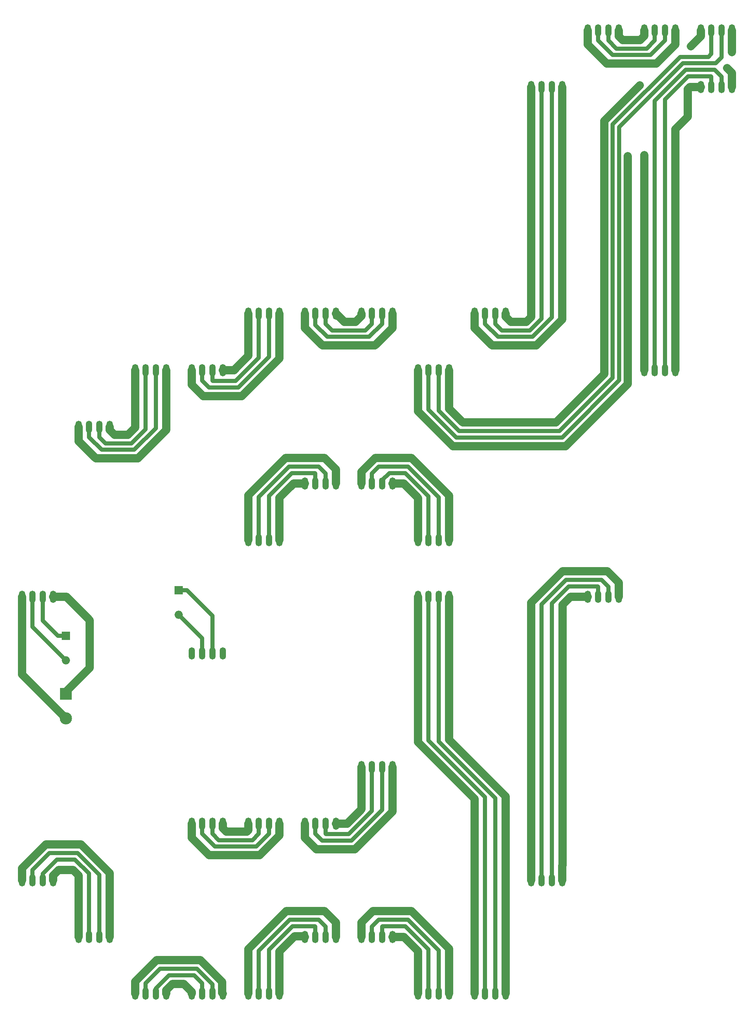
<source format=gbr>
G04 #@! TF.FileFunction,Copper,L2,Bot,Signal*
%FSLAX46Y46*%
G04 Gerber Fmt 4.6, Leading zero omitted, Abs format (unit mm)*
G04 Created by KiCad (PCBNEW 4.0.6) date Mon Jul 10 19:20:08 2017*
%MOMM*%
%LPD*%
G01*
G04 APERTURE LIST*
%ADD10C,0.100000*%
%ADD11O,1.524000X3.000000*%
%ADD12R,2.000000X2.000000*%
%ADD13O,2.000000X2.000000*%
%ADD14R,3.000000X3.000000*%
%ADD15O,3.000000X3.000000*%
%ADD16C,0.600000*%
%ADD17C,2.000000*%
%ADD18C,1.000000*%
G04 APERTURE END LIST*
D10*
D11*
X25293300Y-170316700D03*
X22753300Y-170316700D03*
X20213300Y-170316700D03*
X17673300Y-170316700D03*
X25293300Y-239761100D03*
X22753300Y-239761100D03*
X20213300Y-239761100D03*
X17673300Y-239761100D03*
X31562200Y-253650000D03*
X34102200Y-253650000D03*
X36642200Y-253650000D03*
X39182200Y-253650000D03*
X31562200Y-128650000D03*
X34102200Y-128650000D03*
X36642200Y-128650000D03*
X39182200Y-128650000D03*
X53071100Y-114761100D03*
X50531100Y-114761100D03*
X47991100Y-114761100D03*
X45451100Y-114761100D03*
X53071100Y-267538900D03*
X50531100Y-267538900D03*
X47991100Y-267538900D03*
X45451100Y-267538900D03*
X66960000Y-114761100D03*
X64420000Y-114761100D03*
X61880000Y-114761100D03*
X59340000Y-114761100D03*
X66960000Y-184205500D03*
X64420000Y-184205500D03*
X61880000Y-184205500D03*
X59340000Y-184205500D03*
X59340000Y-267538900D03*
X61880000Y-267538900D03*
X64420000Y-267538900D03*
X66960000Y-267538900D03*
X59340000Y-225872300D03*
X61880000Y-225872300D03*
X64420000Y-225872300D03*
X66960000Y-225872300D03*
X73228900Y-156427800D03*
X75768900Y-156427800D03*
X78308900Y-156427800D03*
X80848900Y-156427800D03*
X73228900Y-100872200D03*
X75768900Y-100872200D03*
X78308900Y-100872200D03*
X80848900Y-100872200D03*
X80848900Y-225872300D03*
X78308900Y-225872300D03*
X75768900Y-225872300D03*
X73228900Y-225872300D03*
X80848900Y-267538900D03*
X78308900Y-267538900D03*
X75768900Y-267538900D03*
X73228900Y-267538900D03*
X94737800Y-100872300D03*
X92197800Y-100872300D03*
X89657800Y-100872300D03*
X87117800Y-100872300D03*
X94737800Y-142538900D03*
X92197800Y-142538900D03*
X89657800Y-142538900D03*
X87117800Y-142538900D03*
X87117800Y-253650000D03*
X89657800Y-253650000D03*
X92197800Y-253650000D03*
X94737800Y-253650000D03*
X87117800Y-225872200D03*
X89657800Y-225872200D03*
X92197800Y-225872200D03*
X94737800Y-225872200D03*
X101006700Y-142538900D03*
X103546700Y-142538900D03*
X106086700Y-142538900D03*
X108626700Y-142538900D03*
X101006700Y-100872300D03*
X103546700Y-100872300D03*
X106086700Y-100872300D03*
X108626700Y-100872300D03*
X108626700Y-211983400D03*
X106086700Y-211983400D03*
X103546700Y-211983400D03*
X101006700Y-211983400D03*
X108626700Y-253650000D03*
X106086700Y-253650000D03*
X103546700Y-253650000D03*
X101006700Y-253650000D03*
X122515600Y-114761100D03*
X119975600Y-114761100D03*
X117435600Y-114761100D03*
X114895600Y-114761100D03*
X122515600Y-156427700D03*
X119975600Y-156427700D03*
X117435600Y-156427700D03*
X114895600Y-156427700D03*
X114895600Y-267538900D03*
X117435600Y-267538900D03*
X119975600Y-267538900D03*
X122515600Y-267538900D03*
X114895600Y-170316700D03*
X117435600Y-170316700D03*
X119975600Y-170316700D03*
X122515600Y-170316700D03*
X128784400Y-267538900D03*
X131324400Y-267538900D03*
X133864400Y-267538900D03*
X136404400Y-267538900D03*
X128784400Y-100872300D03*
X131324400Y-100872300D03*
X133864400Y-100872300D03*
X136404400Y-100872300D03*
X150293300Y-45316700D03*
X147753300Y-45316700D03*
X145213300Y-45316700D03*
X142673300Y-45316700D03*
X150293300Y-239761100D03*
X147753300Y-239761100D03*
X145213300Y-239761100D03*
X142673300Y-239761100D03*
X156562200Y-170316600D03*
X159102200Y-170316600D03*
X161642200Y-170316600D03*
X164182200Y-170316600D03*
X156562200Y-31427800D03*
X159102200Y-31427800D03*
X161642200Y-31427800D03*
X164182200Y-31427800D03*
X178071100Y-31427700D03*
X175531100Y-31427700D03*
X172991100Y-31427700D03*
X170451100Y-31427700D03*
X178071100Y-114761100D03*
X175531100Y-114761100D03*
X172991100Y-114761100D03*
X170451100Y-114761100D03*
X184340000Y-45316600D03*
X186880000Y-45316600D03*
X189420000Y-45316600D03*
X191960000Y-45316600D03*
X184340000Y-31427800D03*
X186880000Y-31427800D03*
X189420000Y-31427800D03*
X191960000Y-31427800D03*
D12*
X56134000Y-168656000D03*
D13*
X56134000Y-174688000D03*
D12*
X28448000Y-179832000D03*
D13*
X28448000Y-185864000D03*
D14*
X28448000Y-194056000D03*
D15*
X28448000Y-200088000D03*
D16*
X169313305Y-44853306D03*
X181864000Y-35306000D03*
X166370000Y-62230000D03*
X191960000Y-36766000D03*
X170451100Y-61993100D03*
X190754000Y-40640000D03*
D17*
X17673300Y-170316700D02*
X17673300Y-189313300D01*
X17673300Y-189313300D02*
X28448000Y-200088000D01*
X34290000Y-176022000D02*
X28584700Y-170316700D01*
X28584700Y-170316700D02*
X25293300Y-170316700D01*
X34290000Y-187706000D02*
X34290000Y-176022000D01*
X28448000Y-193548000D02*
X34290000Y-187706000D01*
X28448000Y-194056000D02*
X28448000Y-193548000D01*
X30226000Y-237236000D02*
X31562200Y-238572200D01*
X31562200Y-238572200D02*
X31562200Y-253650000D01*
X26670000Y-237236000D02*
X30226000Y-237236000D01*
X25293300Y-238612700D02*
X26670000Y-237236000D01*
X25293300Y-239761100D02*
X25293300Y-238612700D01*
D18*
X26240138Y-234696000D02*
X30655862Y-234696000D01*
X30655862Y-234696000D02*
X34102200Y-238142338D01*
X34102200Y-238142338D02*
X34102200Y-251150000D01*
X34102200Y-251150000D02*
X34102200Y-253650000D01*
X22753300Y-239761100D02*
X22753300Y-238182838D01*
X22753300Y-238182838D02*
X26240138Y-234696000D01*
X20213300Y-239761100D02*
X20213300Y-237261100D01*
X20213300Y-237261100D02*
X24378410Y-233095990D01*
X24378410Y-233095990D02*
X31318607Y-233095990D01*
X31318607Y-233095990D02*
X36642200Y-238419583D01*
X36642200Y-238419583D02*
X36642200Y-253650000D01*
D17*
X17673300Y-239761100D02*
X17673300Y-236831238D01*
X17673300Y-236831238D02*
X23508558Y-230995980D01*
X23508558Y-230995980D02*
X32188460Y-230995981D01*
X32188460Y-230995981D02*
X39182200Y-237989721D01*
X39182200Y-237989721D02*
X39182200Y-250150000D01*
X39182200Y-250150000D02*
X39182200Y-253650000D01*
X31562200Y-128650000D02*
X31562200Y-132150000D01*
X31562200Y-132150000D02*
X35768230Y-136356030D01*
X35768230Y-136356030D02*
X46090450Y-136356029D01*
X46090450Y-136356029D02*
X53071100Y-129375379D01*
X53071100Y-129375379D02*
X53071100Y-118261100D01*
X53071100Y-118261100D02*
X53071100Y-114761100D01*
D18*
X50531100Y-114761100D02*
X50531100Y-128945517D01*
X50531100Y-128945517D02*
X45220597Y-134256020D01*
X45220597Y-134256020D02*
X37208220Y-134256020D01*
X37208220Y-134256020D02*
X34102200Y-131150000D01*
X34102200Y-131150000D02*
X34102200Y-128650000D01*
X47991100Y-114761100D02*
X47991100Y-129222762D01*
X47991100Y-129222762D02*
X44557852Y-132656010D01*
X44557852Y-132656010D02*
X38148210Y-132656010D01*
X38148210Y-132656010D02*
X36642200Y-131150000D01*
X36642200Y-131150000D02*
X36642200Y-128650000D01*
D17*
X43688000Y-130556000D02*
X45451100Y-128792900D01*
X45451100Y-128792900D02*
X45451100Y-114761100D01*
X40386000Y-130556000D02*
X43688000Y-130556000D01*
X39182200Y-129352200D02*
X40386000Y-130556000D01*
X39182200Y-128650000D02*
X39182200Y-129352200D01*
X57404000Y-265176000D02*
X59340000Y-267112000D01*
X59340000Y-267112000D02*
X59340000Y-267538900D01*
X54610000Y-265176000D02*
X57404000Y-265176000D01*
X53071100Y-266714900D02*
X54610000Y-265176000D01*
X53071100Y-267538900D02*
X53071100Y-266714900D01*
D18*
X50531100Y-267538900D02*
X50531100Y-266285038D01*
X50531100Y-266285038D02*
X53740148Y-263075990D01*
X53740148Y-263075990D02*
X59917090Y-263075990D01*
X59917090Y-263075990D02*
X61880000Y-265038900D01*
X61880000Y-265038900D02*
X61880000Y-267538900D01*
X64420000Y-267538900D02*
X64420000Y-265316146D01*
X64420000Y-265316146D02*
X60579834Y-261475980D01*
X60579834Y-261475980D02*
X51554020Y-261475980D01*
X51554020Y-261475980D02*
X47991100Y-265038900D01*
X47991100Y-265038900D02*
X47991100Y-267538900D01*
D17*
X45451100Y-267538900D02*
X45451100Y-264609038D01*
X66782010Y-267360910D02*
X66960000Y-267538900D01*
X45451100Y-264609038D02*
X50684168Y-259375970D01*
X50684168Y-259375970D02*
X61449687Y-259375971D01*
X61449687Y-259375971D02*
X66782010Y-264708294D01*
X66782010Y-264708294D02*
X66782010Y-267360910D01*
X70104000Y-114300000D02*
X73228900Y-111175100D01*
X73228900Y-111175100D02*
X73228900Y-100872200D01*
X70104000Y-114379100D02*
X70104000Y-114300000D01*
X66960000Y-114761100D02*
X69722000Y-114761100D01*
X69722000Y-114761100D02*
X70104000Y-114379100D01*
D18*
X75768900Y-100872200D02*
X75768900Y-111684062D01*
X64520010Y-117361110D02*
X64420000Y-117261100D01*
X75768900Y-111684062D02*
X70091852Y-117361110D01*
X70091852Y-117361110D02*
X64520010Y-117361110D01*
X64420000Y-117261100D02*
X64420000Y-114761100D01*
X61880000Y-114761100D02*
X61880000Y-117261100D01*
X61880000Y-117261100D02*
X63580020Y-118961120D01*
X63580020Y-118961120D02*
X70754597Y-118961120D01*
X78308900Y-111406817D02*
X78308900Y-103372200D01*
X70754597Y-118961120D02*
X78308900Y-111406817D01*
X78308900Y-103372200D02*
X78308900Y-100872200D01*
D17*
X80848900Y-100872200D02*
X80848900Y-111836679D01*
X62140029Y-121061129D02*
X59340000Y-118261100D01*
X80848900Y-111836679D02*
X71624450Y-121061129D01*
X71624450Y-121061129D02*
X62140029Y-121061129D01*
X59340000Y-118261100D02*
X59340000Y-114761100D01*
X80848900Y-225872300D02*
X80848900Y-228802162D01*
X80848900Y-228802162D02*
X76013034Y-233638028D01*
X76013034Y-233638028D02*
X63605728Y-233638028D01*
X63605728Y-233638028D02*
X59340000Y-229372300D01*
X59340000Y-229372300D02*
X59340000Y-225872300D01*
D18*
X61880000Y-225872300D02*
X61880000Y-228372300D01*
X61880000Y-228372300D02*
X65045719Y-231538019D01*
X65045719Y-231538019D02*
X75143181Y-231538019D01*
X75143181Y-231538019D02*
X78308900Y-228372300D01*
X78308900Y-228372300D02*
X78308900Y-225872300D01*
X64420000Y-225872300D02*
X64420000Y-228372300D01*
X64420000Y-228372300D02*
X65985709Y-229938009D01*
X65985709Y-229938009D02*
X74203191Y-229938009D01*
X74203191Y-229938009D02*
X75768900Y-228372300D01*
X75768900Y-228372300D02*
X75768900Y-225872300D01*
D17*
X66960000Y-225872300D02*
X66960000Y-226980000D01*
X66960000Y-226980000D02*
X67818000Y-227838000D01*
X67818000Y-227838000D02*
X72898000Y-227838000D01*
X72898000Y-227838000D02*
X73228900Y-227507100D01*
X73228900Y-227507100D02*
X73228900Y-225872300D01*
X73228900Y-156427800D02*
X73228900Y-145390621D01*
X73228900Y-145390621D02*
X82380650Y-136238871D01*
X82380650Y-136238871D02*
X91937771Y-136238871D01*
X94737800Y-139038900D02*
X94737800Y-142538900D01*
X91937771Y-136238871D02*
X94737800Y-139038900D01*
D18*
X92197800Y-142538900D02*
X92197800Y-140038900D01*
X92197800Y-140038900D02*
X90497780Y-138338880D01*
X90497780Y-138338880D02*
X83250503Y-138338880D01*
X83250503Y-138338880D02*
X75768900Y-145820483D01*
X75768900Y-145820483D02*
X75768900Y-153927800D01*
X75768900Y-153927800D02*
X75768900Y-156427800D01*
X78308900Y-156427800D02*
X78308900Y-145543238D01*
X78308900Y-145543238D02*
X83913248Y-139938890D01*
X83913248Y-139938890D02*
X89557790Y-139938890D01*
X89557790Y-139938890D02*
X89657800Y-140038900D01*
X89657800Y-140038900D02*
X89657800Y-142538900D01*
D17*
X83566000Y-143256000D02*
X80848900Y-145973100D01*
X80848900Y-145973100D02*
X80848900Y-156427800D01*
X83638700Y-143256000D02*
X83566000Y-143256000D01*
X87117800Y-142538900D02*
X84355800Y-142538900D01*
X84355800Y-142538900D02*
X83638700Y-143256000D01*
X84582000Y-253492000D02*
X86959800Y-253492000D01*
X86959800Y-253492000D02*
X87117800Y-253650000D01*
X80848900Y-257225100D02*
X84582000Y-253492000D01*
X80848900Y-267538900D02*
X80848900Y-257225100D01*
D18*
X78308900Y-267538900D02*
X78308900Y-256795238D01*
X78308900Y-256795238D02*
X84054148Y-251049990D01*
X84054148Y-251049990D02*
X89557790Y-251049990D01*
X89557790Y-251049990D02*
X89657800Y-251150000D01*
X89657800Y-251150000D02*
X89657800Y-253650000D01*
X75768900Y-267538900D02*
X75768900Y-257072484D01*
X75768900Y-257072484D02*
X83391403Y-249449980D01*
X83391403Y-249449980D02*
X90497780Y-249449980D01*
X90497780Y-249449980D02*
X92197800Y-251150000D01*
X92197800Y-251150000D02*
X92197800Y-253650000D01*
D17*
X73228900Y-267538900D02*
X73228900Y-256642621D01*
X73228900Y-256642621D02*
X82521550Y-247349971D01*
X82521550Y-247349971D02*
X91937771Y-247349971D01*
X91937771Y-247349971D02*
X94737800Y-250150000D01*
X94737800Y-250150000D02*
X94737800Y-253650000D01*
X96774000Y-102870000D02*
X94776300Y-100872300D01*
X94776300Y-100872300D02*
X94737800Y-100872300D01*
X99568000Y-102870000D02*
X96774000Y-102870000D01*
X101006700Y-101431300D02*
X99568000Y-102870000D01*
X101006700Y-100872300D02*
X101006700Y-101431300D01*
D18*
X92197800Y-100872300D02*
X92197800Y-103372300D01*
X92197800Y-103372300D02*
X93795510Y-104970010D01*
X93795510Y-104970010D02*
X101948990Y-104970010D01*
X101948990Y-104970010D02*
X103546700Y-103372300D01*
X103546700Y-103372300D02*
X103546700Y-100872300D01*
X106086700Y-100872300D02*
X106086700Y-103372300D01*
X106086700Y-103372300D02*
X102888980Y-106570020D01*
X89657800Y-103627800D02*
X89657800Y-103372300D01*
X102888980Y-106570020D02*
X92600020Y-106570020D01*
X92600020Y-106570020D02*
X89657800Y-103627800D01*
X89657800Y-103372300D02*
X89657800Y-100872300D01*
D17*
X87117800Y-100872300D02*
X87117800Y-104372300D01*
X91415529Y-108670029D02*
X104328971Y-108670029D01*
X87117800Y-104372300D02*
X91415529Y-108670029D01*
X104328971Y-108670029D02*
X108626700Y-104372300D01*
X108626700Y-104372300D02*
X108626700Y-100872300D01*
X108626700Y-211983400D02*
X108626700Y-222947779D01*
X89917829Y-232172229D02*
X87117800Y-229372200D01*
X108626700Y-222947779D02*
X99402250Y-232172229D01*
X99402250Y-232172229D02*
X89917829Y-232172229D01*
X87117800Y-229372200D02*
X87117800Y-225872200D01*
D18*
X89657800Y-225872200D02*
X89657800Y-228372200D01*
X89657800Y-228372200D02*
X91357820Y-230072220D01*
X91357820Y-230072220D02*
X98532397Y-230072220D01*
X98532397Y-230072220D02*
X106086700Y-222517917D01*
X106086700Y-222517917D02*
X106086700Y-214483400D01*
X106086700Y-214483400D02*
X106086700Y-211983400D01*
X92197800Y-225872200D02*
X92197800Y-228372200D01*
X103546700Y-222795162D02*
X103546700Y-214483400D01*
X92197800Y-228372200D02*
X92297810Y-228472210D01*
X92297810Y-228472210D02*
X97869652Y-228472210D01*
X97869652Y-228472210D02*
X103546700Y-222795162D01*
X103546700Y-214483400D02*
X103546700Y-211983400D01*
D17*
X94737800Y-225872200D02*
X97499800Y-225872200D01*
X97499800Y-225872200D02*
X101006700Y-222365300D01*
X101006700Y-222365300D02*
X101006700Y-211983400D01*
X101006700Y-142538900D02*
X101006700Y-139609038D01*
X101006700Y-139609038D02*
X104376868Y-136238870D01*
X104376868Y-136238870D02*
X113291150Y-136238871D01*
X113291150Y-136238871D02*
X122515600Y-145463321D01*
X122515600Y-145463321D02*
X122515600Y-152927700D01*
X122515600Y-152927700D02*
X122515600Y-156427700D01*
D18*
X103546700Y-142538900D02*
X103546700Y-140038900D01*
X103546700Y-140038900D02*
X105246720Y-138338880D01*
X105246720Y-138338880D02*
X112421297Y-138338880D01*
X112421297Y-138338880D02*
X119975600Y-145893183D01*
X119975600Y-145893183D02*
X119975600Y-153927700D01*
X119975600Y-153927700D02*
X119975600Y-156427700D01*
X106086700Y-142538900D02*
X106086700Y-141707621D01*
X106086700Y-141707621D02*
X107855431Y-139938890D01*
X107855431Y-139938890D02*
X111758552Y-139938890D01*
X111758552Y-139938890D02*
X117435600Y-145615938D01*
X117435600Y-145615938D02*
X117435600Y-153927700D01*
X117435600Y-153927700D02*
X117435600Y-156427700D01*
D17*
X108626700Y-142538900D02*
X111388700Y-142538900D01*
X114895600Y-146045800D02*
X114895600Y-156427700D01*
X111388700Y-142538900D02*
X114895600Y-146045800D01*
X108626700Y-253650000D02*
X111388700Y-253650000D01*
X111388700Y-253650000D02*
X114895600Y-257156900D01*
X114895600Y-257156900D02*
X114895600Y-267538900D01*
D18*
X117435600Y-267538900D02*
X117435600Y-256727038D01*
X117435600Y-256727038D02*
X111758552Y-251049990D01*
X106086700Y-251150000D02*
X106086700Y-253650000D01*
X111758552Y-251049990D02*
X106186710Y-251049990D01*
X106186710Y-251049990D02*
X106086700Y-251150000D01*
X103546700Y-253650000D02*
X103546700Y-251150000D01*
X119975600Y-265038900D02*
X119975600Y-267538900D01*
X103546700Y-251150000D02*
X105246720Y-249449980D01*
X112421297Y-249449980D02*
X119975600Y-257004283D01*
X105246720Y-249449980D02*
X112421297Y-249449980D01*
X119975600Y-257004283D02*
X119975600Y-265038900D01*
D17*
X122515600Y-267538900D02*
X122515600Y-256574421D01*
X122515600Y-256574421D02*
X113291150Y-247349971D01*
X113291150Y-247349971D02*
X103806729Y-247349971D01*
X103806729Y-247349971D02*
X101006700Y-250150000D01*
X101006700Y-250150000D02*
X101006700Y-253650000D01*
X184340000Y-31427800D02*
X184340000Y-32830000D01*
X184340000Y-32830000D02*
X181864000Y-35306000D01*
X160569971Y-53596640D02*
X169313305Y-44853306D01*
X160569970Y-86614000D02*
X160569971Y-53596640D01*
X160569970Y-115707552D02*
X160569970Y-86614000D01*
X159474761Y-116802761D02*
X160569970Y-115707552D01*
X156972000Y-119305522D02*
X159474761Y-116802761D01*
X125846448Y-127549970D02*
X122515600Y-124219122D01*
X122515600Y-124219122D02*
X122515600Y-114761100D01*
X148727552Y-127549970D02*
X125846448Y-127549970D01*
X156972000Y-119305522D02*
X148727552Y-127549970D01*
D18*
X186880000Y-31427800D02*
X186880000Y-37218560D01*
X162669980Y-116577404D02*
X149597404Y-129649980D01*
X119975600Y-117261100D02*
X119975600Y-114761100D01*
X186880000Y-37218560D02*
X186182000Y-37916560D01*
X186182000Y-37916560D02*
X179219913Y-37916560D01*
X179219913Y-37916560D02*
X162669980Y-54466493D01*
X149597404Y-129649980D02*
X124976595Y-129649979D01*
X162669980Y-54466493D02*
X162669980Y-116577404D01*
X124976595Y-129649979D02*
X119975600Y-124648984D01*
X119975600Y-124648984D02*
X119975600Y-117261100D01*
X150260148Y-131249990D02*
X124313852Y-131249990D01*
X117435600Y-117261100D02*
X117435600Y-114761100D01*
X124313852Y-131249990D02*
X117435600Y-124371738D01*
X117435600Y-124371738D02*
X117435600Y-117261100D01*
X164269990Y-117240148D02*
X150260148Y-131249990D01*
X187960000Y-39516570D02*
X179882658Y-39516570D01*
X179882658Y-39516570D02*
X164269990Y-55129238D01*
X164269990Y-55129238D02*
X164269990Y-117240148D01*
X189420000Y-38056570D02*
X187960000Y-39516570D01*
X189420000Y-31427800D02*
X189420000Y-38056570D01*
D17*
X123444000Y-133350000D02*
X114895600Y-124801600D01*
X114895600Y-124801600D02*
X114895600Y-114761100D01*
X151130000Y-133350000D02*
X123444000Y-133350000D01*
X166370000Y-118110000D02*
X151130000Y-133350000D01*
X166370000Y-62230000D02*
X166370000Y-118110000D01*
X191960000Y-31427800D02*
X191960000Y-36766000D01*
X114895600Y-170316700D02*
X114895600Y-205902078D01*
X114895600Y-205902078D02*
X128784400Y-219790878D01*
X128784400Y-219790878D02*
X128784400Y-267538900D01*
D18*
X117435600Y-170316700D02*
X117435600Y-205472216D01*
X117435600Y-205472216D02*
X131324400Y-219361016D01*
X131324400Y-219361016D02*
X131324400Y-265038900D01*
X131324400Y-265038900D02*
X131324400Y-267538900D01*
X133864400Y-267538900D02*
X133864400Y-219638262D01*
X133864400Y-219638262D02*
X119975600Y-205749462D01*
X119975600Y-205749462D02*
X119975600Y-172816700D01*
X119975600Y-172816700D02*
X119975600Y-170316700D01*
D17*
X122515600Y-205319600D02*
X136404400Y-219208400D01*
X136404400Y-219208400D02*
X136404400Y-267538900D01*
X122515600Y-170316700D02*
X122515600Y-205319600D01*
X150293300Y-45316700D02*
X150293300Y-102257179D01*
X150293300Y-102257179D02*
X143880450Y-108670029D01*
X143880450Y-108670029D02*
X133082129Y-108670029D01*
X133082129Y-108670029D02*
X128784400Y-104372300D01*
X128784400Y-104372300D02*
X128784400Y-100872300D01*
D18*
X131324400Y-100872300D02*
X131324400Y-103372300D01*
X131324400Y-103372300D02*
X134522120Y-106570020D01*
X134522120Y-106570020D02*
X143010597Y-106570020D01*
X147753300Y-47816700D02*
X147753300Y-45316700D01*
X143010597Y-106570020D02*
X147753300Y-101827317D01*
X147753300Y-101827317D02*
X147753300Y-47816700D01*
X145213300Y-45316700D02*
X145213300Y-102104562D01*
X145213300Y-102104562D02*
X142347852Y-104970010D01*
X142347852Y-104970010D02*
X135462110Y-104970010D01*
X135462110Y-104970010D02*
X133864400Y-103372300D01*
X133864400Y-103372300D02*
X133864400Y-100872300D01*
D17*
X141478000Y-102870000D02*
X142673300Y-101674700D01*
X142673300Y-101674700D02*
X142673300Y-45316700D01*
X137668000Y-102870000D02*
X141478000Y-102870000D01*
X136404400Y-101606400D02*
X137668000Y-102870000D01*
X136404400Y-100872300D02*
X136404400Y-101606400D01*
X150368000Y-172212000D02*
X152263400Y-170316600D01*
X152263400Y-170316600D02*
X156562200Y-170316600D01*
X150368000Y-236186400D02*
X150368000Y-172212000D01*
X150293300Y-239761100D02*
X150293300Y-236261100D01*
X150293300Y-236261100D02*
X150368000Y-236186400D01*
D18*
X159102200Y-170316600D02*
X159102200Y-167816600D01*
X159002190Y-167716590D02*
X151893548Y-167716590D01*
X147753300Y-237261100D02*
X147753300Y-239761100D01*
X159102200Y-167816600D02*
X159002190Y-167716590D01*
X151893548Y-167716590D02*
X147753300Y-171856838D01*
X147753300Y-171856838D02*
X147753300Y-237261100D01*
X145213300Y-239761100D02*
X145213300Y-172134083D01*
X159942180Y-166116580D02*
X161642200Y-167816600D01*
X145213300Y-172134083D02*
X151230803Y-166116580D01*
X151230803Y-166116580D02*
X159942180Y-166116580D01*
X161642200Y-167816600D02*
X161642200Y-170316600D01*
D17*
X164182200Y-170316600D02*
X164182200Y-166816600D01*
X164182200Y-166816600D02*
X161382170Y-164016570D01*
X161382170Y-164016570D02*
X150360950Y-164016571D01*
X150360950Y-164016571D02*
X142673300Y-171704221D01*
X142673300Y-171704221D02*
X142673300Y-236261100D01*
X142673300Y-236261100D02*
X142673300Y-239761100D01*
X178071100Y-31427700D02*
X178071100Y-34927700D01*
X178071100Y-34927700D02*
X173416771Y-39582029D01*
X173416771Y-39582029D02*
X161216429Y-39582029D01*
X161216429Y-39582029D02*
X156562200Y-34927800D01*
X156562200Y-34927800D02*
X156562200Y-31427800D01*
D18*
X159102200Y-31427800D02*
X159102200Y-33927800D01*
X159102200Y-33927800D02*
X162656420Y-37482020D01*
X162656420Y-37482020D02*
X171976780Y-37482020D01*
X171976780Y-37482020D02*
X175531100Y-33927700D01*
X175531100Y-33927700D02*
X175531100Y-31427700D01*
X172991100Y-31427700D02*
X172991100Y-33927700D01*
X161642200Y-33927800D02*
X161642200Y-31427800D01*
X172991100Y-33927700D02*
X171036790Y-35882010D01*
X171036790Y-35882010D02*
X163596410Y-35882010D01*
X163596410Y-35882010D02*
X161642200Y-33927800D01*
D17*
X169418000Y-33782000D02*
X170451100Y-32748900D01*
X170451100Y-32748900D02*
X170451100Y-31427700D01*
X165100000Y-33782000D02*
X169418000Y-33782000D01*
X164182200Y-32864200D02*
X165100000Y-33782000D01*
X164182200Y-31427800D02*
X164182200Y-32864200D01*
X178071100Y-114761100D02*
X178071100Y-111261100D01*
X178071100Y-111261100D02*
X178054000Y-111244000D01*
X181102000Y-52578000D02*
X181102000Y-45792600D01*
X178054000Y-111244000D02*
X178054000Y-55626000D01*
X178054000Y-55626000D02*
X181102000Y-52578000D01*
X181102000Y-45792600D02*
X181578000Y-45316600D01*
X181578000Y-45316600D02*
X184340000Y-45316600D01*
D18*
X175531100Y-114761100D02*
X175531100Y-48393638D01*
X175531100Y-48393638D02*
X181208148Y-42716590D01*
X181208148Y-42716590D02*
X186779990Y-42716590D01*
X186779990Y-42716590D02*
X186880000Y-42816600D01*
X186880000Y-42816600D02*
X186880000Y-45316600D01*
X172991100Y-114761100D02*
X172991100Y-48670884D01*
X172991100Y-48670884D02*
X180545403Y-41116580D01*
X180545403Y-41116580D02*
X187719980Y-41116580D01*
X187719980Y-41116580D02*
X189420000Y-42816600D01*
X189420000Y-42816600D02*
X189420000Y-45316600D01*
D17*
X191960000Y-45316600D02*
X191960000Y-41846000D01*
X191960000Y-41846000D02*
X190754000Y-40640000D01*
X170451100Y-114761100D02*
X170451100Y-61993100D01*
D18*
X28448000Y-179832000D02*
X26448000Y-179832000D01*
X26448000Y-179832000D02*
X22753300Y-176137300D01*
X22753300Y-176137300D02*
X22753300Y-172816700D01*
X22753300Y-172816700D02*
X22753300Y-170316700D01*
X20213300Y-170316700D02*
X20213300Y-177629300D01*
X20213300Y-177629300D02*
X28448000Y-185864000D01*
X56134000Y-168656000D02*
X58134000Y-168656000D01*
X58134000Y-168656000D02*
X64420000Y-174942000D01*
X64420000Y-181705500D02*
X64420000Y-184205500D01*
X64420000Y-174942000D02*
X64420000Y-181705500D01*
X56134000Y-174688000D02*
X61880000Y-180434000D01*
X61880000Y-180434000D02*
X61880000Y-184205500D01*
M02*

</source>
